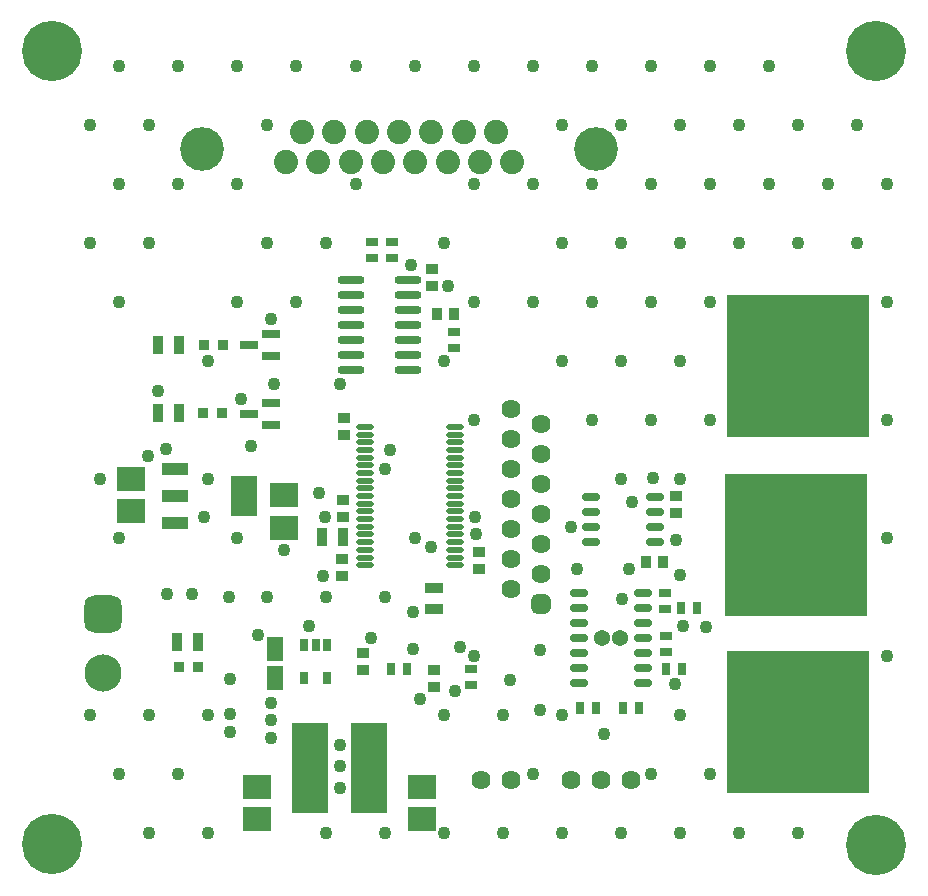
<source format=gts>
G04 Layer_Color=8388736*
%FSLAX25Y25*%
%MOIN*%
G70*
G01*
G75*
%ADD48R,0.08858X0.04331*%
%ADD49R,0.08858X0.13189*%
%ADD50R,0.03543X0.04331*%
%ADD51R,0.04331X0.03543*%
%ADD52R,0.05315X0.08071*%
%ADD53R,0.09252X0.08071*%
%ADD54O,0.06102X0.02756*%
%ADD55R,0.02756X0.04331*%
%ADD56O,0.09055X0.02756*%
%ADD57O,0.05906X0.02165*%
%ADD58R,0.12205X0.29921*%
%ADD59R,0.03543X0.03543*%
%ADD60R,0.05906X0.02756*%
%ADD61R,0.02953X0.03937*%
%ADD62R,0.03937X0.02953*%
%ADD63R,0.03394X0.06394*%
%ADD64R,0.06394X0.03394*%
%ADD65R,0.47638X0.47638*%
G04:AMPARAMS|DCode=66|XSize=123.94mil|YSize=123.94mil|CornerRadius=31.97mil|HoleSize=0mil|Usage=FLASHONLY|Rotation=270.000|XOffset=0mil|YOffset=0mil|HoleType=Round|Shape=RoundedRectangle|*
%AMROUNDEDRECTD66*
21,1,0.12394,0.06000,0,0,270.0*
21,1,0.06000,0.12394,0,0,270.0*
1,1,0.06394,-0.03000,-0.03000*
1,1,0.06394,-0.03000,0.03000*
1,1,0.06394,0.03000,0.03000*
1,1,0.06394,0.03000,-0.03000*
%
%ADD66ROUNDEDRECTD66*%
%ADD67C,0.12394*%
%ADD68C,0.06394*%
G04:AMPARAMS|DCode=69|XSize=63.94mil|YSize=63.94mil|CornerRadius=16.97mil|HoleSize=0mil|Usage=FLASHONLY|Rotation=270.000|XOffset=0mil|YOffset=0mil|HoleType=Round|Shape=RoundedRectangle|*
%AMROUNDEDRECTD69*
21,1,0.06394,0.03000,0,0,270.0*
21,1,0.03000,0.06394,0,0,270.0*
1,1,0.03394,-0.01500,-0.01500*
1,1,0.03394,-0.01500,0.01500*
1,1,0.03394,0.01500,0.01500*
1,1,0.03394,0.01500,-0.01500*
%
%ADD69ROUNDEDRECTD69*%
%ADD70C,0.08079*%
%ADD71C,0.14567*%
%ADD72C,0.04331*%
%ADD73C,0.20079*%
%ADD74C,0.05394*%
D48*
X225492Y238583D02*
D03*
Y229528D02*
D03*
Y220472D02*
D03*
D49*
X248524Y229528D02*
D03*
D50*
X382480Y207579D02*
D03*
X388189D02*
D03*
X318602Y290158D02*
D03*
X312894D02*
D03*
D51*
X392618Y224016D02*
D03*
Y229724D02*
D03*
X311910Y171457D02*
D03*
Y165748D02*
D03*
X311122Y299606D02*
D03*
Y305315D02*
D03*
X281398Y208465D02*
D03*
Y202756D02*
D03*
X281791Y255610D02*
D03*
Y249902D02*
D03*
X281693Y228346D02*
D03*
Y222638D02*
D03*
X326969Y205315D02*
D03*
Y211024D02*
D03*
X288189Y171555D02*
D03*
Y177264D02*
D03*
D52*
X259055Y168799D02*
D03*
Y178445D02*
D03*
D53*
X211024Y224508D02*
D03*
Y235335D02*
D03*
X261811Y229823D02*
D03*
Y218996D02*
D03*
X307874Y132579D02*
D03*
Y121752D02*
D03*
X252756Y132579D02*
D03*
Y121752D02*
D03*
D54*
X360138Y197283D02*
D03*
Y192283D02*
D03*
Y187284D02*
D03*
Y182283D02*
D03*
Y177284D02*
D03*
Y172283D02*
D03*
Y167283D02*
D03*
X381594Y197283D02*
D03*
Y192283D02*
D03*
Y187284D02*
D03*
Y182283D02*
D03*
Y177284D02*
D03*
Y172283D02*
D03*
Y167283D02*
D03*
X364075Y229153D02*
D03*
Y224153D02*
D03*
Y219153D02*
D03*
Y214154D02*
D03*
X385531Y229153D02*
D03*
Y224153D02*
D03*
Y219153D02*
D03*
Y214154D02*
D03*
D55*
X276181Y179823D02*
D03*
X272441D02*
D03*
X268701D02*
D03*
Y168996D02*
D03*
X276181D02*
D03*
D56*
X284252Y301614D02*
D03*
Y296614D02*
D03*
Y291614D02*
D03*
Y286614D02*
D03*
Y281614D02*
D03*
Y276614D02*
D03*
Y271614D02*
D03*
X303150Y301614D02*
D03*
Y296614D02*
D03*
Y291614D02*
D03*
Y286614D02*
D03*
Y281614D02*
D03*
Y276614D02*
D03*
Y271614D02*
D03*
D57*
X318898Y206496D02*
D03*
Y209055D02*
D03*
Y211614D02*
D03*
Y214173D02*
D03*
Y216732D02*
D03*
Y219291D02*
D03*
Y221850D02*
D03*
Y224410D02*
D03*
Y226969D02*
D03*
Y229528D02*
D03*
Y232087D02*
D03*
Y234646D02*
D03*
Y237205D02*
D03*
Y239764D02*
D03*
Y242323D02*
D03*
Y244882D02*
D03*
Y247441D02*
D03*
Y250000D02*
D03*
Y252559D02*
D03*
X288976Y206496D02*
D03*
Y209055D02*
D03*
Y211614D02*
D03*
Y214173D02*
D03*
Y216732D02*
D03*
Y219291D02*
D03*
Y221850D02*
D03*
Y224410D02*
D03*
Y226969D02*
D03*
Y229528D02*
D03*
Y232087D02*
D03*
Y234646D02*
D03*
Y237205D02*
D03*
Y239764D02*
D03*
Y242323D02*
D03*
Y244882D02*
D03*
Y247441D02*
D03*
Y250000D02*
D03*
Y252559D02*
D03*
D58*
X290158Y138976D02*
D03*
X270472D02*
D03*
D59*
X233169Y172539D02*
D03*
X226870D02*
D03*
X235335Y279823D02*
D03*
X241634D02*
D03*
X241240Y257382D02*
D03*
X234941D02*
D03*
D60*
X250098Y279823D02*
D03*
X257579Y283563D02*
D03*
Y276083D02*
D03*
X250098Y256988D02*
D03*
X257579Y260728D02*
D03*
Y253248D02*
D03*
D61*
X399508Y192126D02*
D03*
X394193D02*
D03*
X302756Y171752D02*
D03*
X297441D02*
D03*
X360728Y159055D02*
D03*
X366043D02*
D03*
X374803D02*
D03*
X380118D02*
D03*
X394488Y171949D02*
D03*
X389173D02*
D03*
D62*
X388976Y191831D02*
D03*
Y197146D02*
D03*
X389272Y182874D02*
D03*
Y177559D02*
D03*
X324311Y166437D02*
D03*
Y171752D02*
D03*
X318504Y284154D02*
D03*
Y278839D02*
D03*
X298031Y308760D02*
D03*
Y314075D02*
D03*
X291339Y308760D02*
D03*
Y314075D02*
D03*
D63*
X233126Y180807D02*
D03*
X226126D02*
D03*
X281453Y215748D02*
D03*
X274453D02*
D03*
X227024Y279823D02*
D03*
X220024D02*
D03*
X227067Y257382D02*
D03*
X220067D02*
D03*
D64*
X311811Y198874D02*
D03*
Y191874D02*
D03*
D65*
X433366Y154232D02*
D03*
X432677Y213386D02*
D03*
X433169Y272933D02*
D03*
D66*
X201575Y190157D02*
D03*
D67*
Y170473D02*
D03*
D68*
X337736Y258701D02*
D03*
X347736Y253701D02*
D03*
X337736Y248701D02*
D03*
X347736Y243701D02*
D03*
X337736Y238701D02*
D03*
X347736Y233701D02*
D03*
X337736Y218701D02*
D03*
X347736Y223701D02*
D03*
X337736Y228701D02*
D03*
X347736Y213701D02*
D03*
X337736Y208701D02*
D03*
Y198701D02*
D03*
X347736Y203701D02*
D03*
X327559Y135039D02*
D03*
X337559D02*
D03*
X357559D02*
D03*
X367559D02*
D03*
X377559D02*
D03*
D69*
X347736Y193701D02*
D03*
D70*
X338012Y340886D02*
D03*
X327224D02*
D03*
X316437D02*
D03*
X305650D02*
D03*
X294902D02*
D03*
X284075D02*
D03*
X273287D02*
D03*
X262500D02*
D03*
X332618Y350886D02*
D03*
X321831D02*
D03*
X311043D02*
D03*
X300256D02*
D03*
X289469D02*
D03*
X278681D02*
D03*
X267894D02*
D03*
D71*
X365846Y345295D02*
D03*
X234665D02*
D03*
D72*
X347244Y158346D02*
D03*
X337244Y168347D02*
D03*
X347244Y178347D02*
D03*
X261811Y211614D02*
D03*
X222539Y245374D02*
D03*
X318996Y164665D02*
D03*
X307185Y161909D02*
D03*
X280413Y132382D02*
D03*
Y146555D02*
D03*
X235138Y222539D02*
D03*
X216634Y243012D02*
D03*
X250886Y246161D02*
D03*
X219783Y264665D02*
D03*
X247736Y261909D02*
D03*
X243406Y195768D02*
D03*
X280413Y267027D02*
D03*
X231201Y196949D02*
D03*
X222933D02*
D03*
X257579Y148917D02*
D03*
Y154823D02*
D03*
Y160728D02*
D03*
X243799Y150886D02*
D03*
Y156791D02*
D03*
X320571Y179232D02*
D03*
X243799Y168602D02*
D03*
X280413Y139469D02*
D03*
X393799Y203248D02*
D03*
X392618Y214924D02*
D03*
X304823Y178445D02*
D03*
X376870Y205217D02*
D03*
X359547D02*
D03*
X291043Y182382D02*
D03*
X270374Y186319D02*
D03*
X253248Y183169D02*
D03*
X384744Y235531D02*
D03*
X378051Y227658D02*
D03*
X357618Y219153D02*
D03*
X374410Y195276D02*
D03*
X200689Y235335D02*
D03*
X257579Y288681D02*
D03*
X310791Y212437D02*
D03*
X325436Y222437D02*
D03*
X297244Y244783D02*
D03*
X273425Y230610D02*
D03*
X295571Y238583D02*
D03*
X394980Y186221D02*
D03*
X368504Y150394D02*
D03*
X275590Y222638D02*
D03*
X274902Y202756D02*
D03*
X304933Y190846D02*
D03*
X304232Y306594D02*
D03*
X316437Y299705D02*
D03*
X258563Y267028D02*
D03*
X402559Y186024D02*
D03*
X392224Y167027D02*
D03*
X325783Y217005D02*
D03*
X206997Y136790D02*
D03*
X197154Y156475D02*
D03*
X206997Y215530D02*
D03*
Y294270D02*
D03*
X197154Y313955D02*
D03*
X206997Y333640D02*
D03*
X197154Y353325D02*
D03*
X206997Y373010D02*
D03*
X216839Y117105D02*
D03*
X226682Y136790D02*
D03*
X216839Y156475D02*
D03*
Y313955D02*
D03*
X226682Y333640D02*
D03*
X216839Y353325D02*
D03*
X226682Y373010D02*
D03*
X236524Y117105D02*
D03*
Y156475D02*
D03*
X246367Y215530D02*
D03*
X236524Y235215D02*
D03*
Y274585D02*
D03*
X246367Y294270D02*
D03*
Y333640D02*
D03*
Y373010D02*
D03*
X256209Y195845D02*
D03*
X266052Y294270D02*
D03*
X256209Y313955D02*
D03*
Y353325D02*
D03*
X266052Y373010D02*
D03*
X275894Y117105D02*
D03*
Y195845D02*
D03*
Y313955D02*
D03*
X285737Y333640D02*
D03*
Y373010D02*
D03*
X295580Y117105D02*
D03*
Y195845D02*
D03*
X305422Y215530D02*
D03*
Y373010D02*
D03*
X315265Y117105D02*
D03*
Y156475D02*
D03*
X325107Y176160D02*
D03*
Y254900D02*
D03*
X315265Y274585D02*
D03*
X325107Y294270D02*
D03*
X315265Y313955D02*
D03*
X325107Y333640D02*
D03*
Y373010D02*
D03*
X334950Y117105D02*
D03*
X344792Y136790D02*
D03*
X334950Y156475D02*
D03*
X344792Y294270D02*
D03*
Y333640D02*
D03*
Y373010D02*
D03*
X354635Y117105D02*
D03*
Y156475D02*
D03*
X364477Y254900D02*
D03*
X354635Y274585D02*
D03*
X364477Y294270D02*
D03*
X354635Y313955D02*
D03*
X364477Y333640D02*
D03*
X354635Y353325D02*
D03*
X364477Y373010D02*
D03*
X374320Y117105D02*
D03*
X384162Y136790D02*
D03*
X374320Y235215D02*
D03*
X384162Y254900D02*
D03*
X374320Y274585D02*
D03*
X384162Y294270D02*
D03*
X374320Y313955D02*
D03*
X384162Y333640D02*
D03*
X374320Y353325D02*
D03*
X384162Y373010D02*
D03*
X394005Y117105D02*
D03*
X403847Y136790D02*
D03*
X394005Y156475D02*
D03*
Y235215D02*
D03*
X403847Y254900D02*
D03*
X394005Y274585D02*
D03*
X403847Y294270D02*
D03*
X394005Y313955D02*
D03*
X403847Y333640D02*
D03*
X394005Y353325D02*
D03*
X403847Y373010D02*
D03*
X413690Y117105D02*
D03*
Y313955D02*
D03*
X423532Y333640D02*
D03*
X413690Y353325D02*
D03*
X423532Y373010D02*
D03*
X433375Y117105D02*
D03*
Y313955D02*
D03*
X443217Y333640D02*
D03*
X433375Y353325D02*
D03*
X462902Y176160D02*
D03*
Y215530D02*
D03*
Y254900D02*
D03*
Y294270D02*
D03*
X453060Y313955D02*
D03*
X462902Y333640D02*
D03*
X453060Y353325D02*
D03*
D73*
X459252Y113386D02*
D03*
Y377854D02*
D03*
X184646Y377854D02*
D03*
Y113484D02*
D03*
D74*
X367815Y182382D02*
D03*
X373917Y182382D02*
D03*
M02*

</source>
